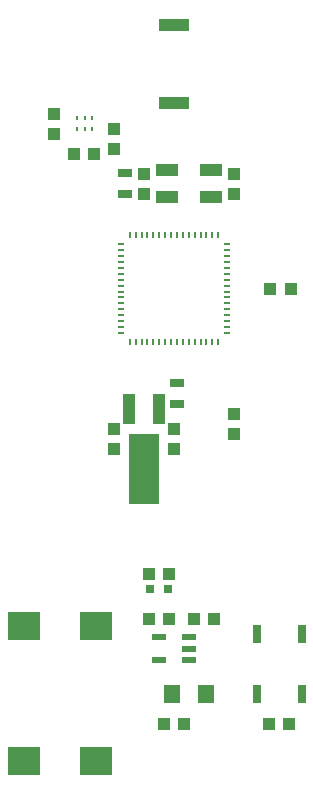
<source format=gtp>
G75*
G70*
%OFA0B0*%
%FSLAX24Y24*%
%IPPOS*%
%LPD*%
%AMOC8*
5,1,8,0,0,1.08239X$1,22.5*
%
%ADD10R,0.0098X0.0236*%
%ADD11R,0.0236X0.0098*%
%ADD12R,0.1102X0.0945*%
%ADD13R,0.0551X0.0630*%
%ADD14R,0.0433X0.0394*%
%ADD15R,0.0472X0.0217*%
%ADD16R,0.0394X0.0433*%
%ADD17R,0.0472X0.0315*%
%ADD18R,0.0748X0.0433*%
%ADD19R,0.0394X0.0984*%
%ADD20R,0.0984X0.2362*%
%ADD21R,0.0106X0.0157*%
%ADD22R,0.1000X0.0400*%
%ADD23R,0.0300X0.0600*%
%ADD24R,0.0315X0.0315*%
D10*
X006021Y017751D03*
X006218Y017751D03*
X006415Y017751D03*
X006612Y017751D03*
X006809Y017751D03*
X007006Y017751D03*
X007203Y017751D03*
X007399Y017751D03*
X007596Y017751D03*
X007793Y017751D03*
X007990Y017751D03*
X008187Y017751D03*
X008384Y017751D03*
X008580Y017751D03*
X008777Y017751D03*
X008974Y017751D03*
X008974Y021294D03*
X008777Y021294D03*
X008580Y021294D03*
X008384Y021294D03*
X008187Y021294D03*
X007990Y021294D03*
X007793Y021294D03*
X007596Y021294D03*
X007399Y021294D03*
X007203Y021294D03*
X007006Y021294D03*
X006809Y021294D03*
X006612Y021294D03*
X006415Y021294D03*
X006218Y021294D03*
X006021Y021294D03*
D11*
X005726Y020999D03*
X005726Y020802D03*
X005726Y020605D03*
X005726Y020408D03*
X005726Y020211D03*
X005726Y020014D03*
X005726Y019817D03*
X005726Y019621D03*
X005726Y019424D03*
X005726Y019227D03*
X005726Y019030D03*
X005726Y018833D03*
X005726Y018636D03*
X005726Y018440D03*
X005726Y018243D03*
X005726Y018046D03*
X009269Y018046D03*
X009269Y018243D03*
X009269Y018440D03*
X009269Y018636D03*
X009269Y018833D03*
X009269Y019030D03*
X009269Y019227D03*
X009269Y019424D03*
X009269Y019621D03*
X009269Y019817D03*
X009269Y020014D03*
X009269Y020211D03*
X009269Y020408D03*
X009269Y020605D03*
X009269Y020802D03*
X009269Y020999D03*
D12*
X002498Y003778D03*
X004899Y003778D03*
X004899Y008266D03*
X002498Y008266D03*
D13*
X007447Y006022D03*
X008549Y006022D03*
D14*
X007832Y005022D03*
X007163Y005022D03*
X007332Y008522D03*
X006663Y008522D03*
X006663Y010022D03*
X007332Y010022D03*
X008163Y008522D03*
X008832Y008522D03*
X010663Y005022D03*
X011332Y005022D03*
X011382Y019522D03*
X010713Y019522D03*
X004832Y024022D03*
X004163Y024022D03*
D15*
X006986Y007896D03*
X006986Y007148D03*
X008010Y007148D03*
X008010Y007522D03*
X008010Y007896D03*
D16*
X007498Y014188D03*
X007498Y014857D03*
X005498Y014857D03*
X005498Y014188D03*
X009498Y014688D03*
X009498Y015357D03*
X009498Y022688D03*
X009498Y023357D03*
X006498Y023357D03*
X006498Y022688D03*
X005498Y024188D03*
X005498Y024857D03*
X003498Y024688D03*
X003498Y025357D03*
D17*
X005848Y023377D03*
X005848Y022668D03*
X007598Y016377D03*
X007598Y015668D03*
D18*
X007269Y022569D03*
X007269Y023475D03*
X008726Y023475D03*
X008726Y022569D03*
D19*
X006998Y015522D03*
X005998Y015522D03*
D20*
X006498Y013522D03*
D21*
X004773Y024825D03*
X004517Y024825D03*
X004262Y024825D03*
X004262Y025219D03*
X004517Y025219D03*
X004773Y025219D03*
D22*
X007498Y025722D03*
X007498Y028322D03*
D23*
X010248Y008022D03*
X010248Y006022D03*
X011748Y006022D03*
X011748Y008022D03*
D24*
X007293Y009522D03*
X006703Y009522D03*
M02*

</source>
